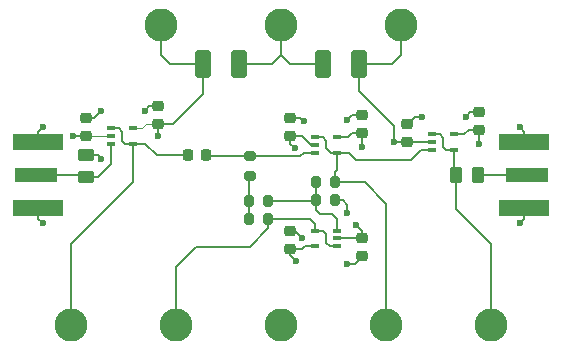
<source format=gtl>
%TF.GenerationSoftware,KiCad,Pcbnew,(6.0.2-0)*%
%TF.CreationDate,2022-04-12T18:59:19-07:00*%
%TF.ProjectId,bootstrap_exp,626f6f74-7374-4726-9170-5f6578702e6b,rev?*%
%TF.SameCoordinates,Original*%
%TF.FileFunction,Copper,L1,Top*%
%TF.FilePolarity,Positive*%
%FSLAX46Y46*%
G04 Gerber Fmt 4.6, Leading zero omitted, Abs format (unit mm)*
G04 Created by KiCad (PCBNEW (6.0.2-0)) date 2022-04-12 18:59:19*
%MOMM*%
%LPD*%
G01*
G04 APERTURE LIST*
G04 Aperture macros list*
%AMRoundRect*
0 Rectangle with rounded corners*
0 $1 Rounding radius*
0 $2 $3 $4 $5 $6 $7 $8 $9 X,Y pos of 4 corners*
0 Add a 4 corners polygon primitive as box body*
4,1,4,$2,$3,$4,$5,$6,$7,$8,$9,$2,$3,0*
0 Add four circle primitives for the rounded corners*
1,1,$1+$1,$2,$3*
1,1,$1+$1,$4,$5*
1,1,$1+$1,$6,$7*
1,1,$1+$1,$8,$9*
0 Add four rect primitives between the rounded corners*
20,1,$1+$1,$2,$3,$4,$5,0*
20,1,$1+$1,$4,$5,$6,$7,0*
20,1,$1+$1,$6,$7,$8,$9,0*
20,1,$1+$1,$8,$9,$2,$3,0*%
G04 Aperture macros list end*
%TA.AperFunction,SMDPad,CuDef*%
%ADD10RoundRect,0.200000X-0.200000X-0.275000X0.200000X-0.275000X0.200000X0.275000X-0.200000X0.275000X0*%
%TD*%
%TA.AperFunction,SMDPad,CuDef*%
%ADD11RoundRect,0.225000X0.250000X-0.225000X0.250000X0.225000X-0.250000X0.225000X-0.250000X-0.225000X0*%
%TD*%
%TA.AperFunction,SMDPad,CuDef*%
%ADD12RoundRect,0.250000X-0.412500X-0.925000X0.412500X-0.925000X0.412500X0.925000X-0.412500X0.925000X0*%
%TD*%
%TA.AperFunction,SMDPad,CuDef*%
%ADD13R,0.650000X0.400000*%
%TD*%
%TA.AperFunction,ComponentPad*%
%ADD14C,2.800000*%
%TD*%
%TA.AperFunction,SMDPad,CuDef*%
%ADD15RoundRect,0.200000X0.200000X0.275000X-0.200000X0.275000X-0.200000X-0.275000X0.200000X-0.275000X0*%
%TD*%
%TA.AperFunction,SMDPad,CuDef*%
%ADD16RoundRect,0.250000X0.412500X0.925000X-0.412500X0.925000X-0.412500X-0.925000X0.412500X-0.925000X0*%
%TD*%
%TA.AperFunction,SMDPad,CuDef*%
%ADD17RoundRect,0.225000X-0.250000X0.225000X-0.250000X-0.225000X0.250000X-0.225000X0.250000X0.225000X0*%
%TD*%
%TA.AperFunction,SMDPad,CuDef*%
%ADD18RoundRect,0.200000X-0.275000X0.200000X-0.275000X-0.200000X0.275000X-0.200000X0.275000X0.200000X0*%
%TD*%
%TA.AperFunction,SMDPad,CuDef*%
%ADD19RoundRect,0.250000X0.450000X-0.262500X0.450000X0.262500X-0.450000X0.262500X-0.450000X-0.262500X0*%
%TD*%
%TA.AperFunction,SMDPad,CuDef*%
%ADD20R,4.200000X1.350000*%
%TD*%
%TA.AperFunction,SMDPad,CuDef*%
%ADD21R,3.600000X1.270000*%
%TD*%
%TA.AperFunction,SMDPad,CuDef*%
%ADD22RoundRect,0.225000X0.225000X0.250000X-0.225000X0.250000X-0.225000X-0.250000X0.225000X-0.250000X0*%
%TD*%
%TA.AperFunction,SMDPad,CuDef*%
%ADD23RoundRect,0.250000X-0.262500X-0.450000X0.262500X-0.450000X0.262500X0.450000X-0.262500X0.450000X0*%
%TD*%
%TA.AperFunction,ViaPad*%
%ADD24C,0.600000*%
%TD*%
%TA.AperFunction,Conductor*%
%ADD25C,0.150000*%
%TD*%
%TA.AperFunction,Conductor*%
%ADD26C,0.100000*%
%TD*%
G04 APERTURE END LIST*
D10*
%TO.P,R3,1*%
%TO.N,/BOOT_DIV*%
X137554200Y-98666000D03*
%TO.P,R3,2*%
%TO.N,GND*%
X139204200Y-98666000D03*
%TD*%
D11*
%TO.P,C3,1*%
%TO.N,/V+*%
X141478000Y-92964000D03*
%TO.P,C3,2*%
%TO.N,GND*%
X141478000Y-91414000D03*
%TD*%
%TO.P,C10,1*%
%TO.N,/V+*%
X124206000Y-92215000D03*
%TO.P,C10,2*%
%TO.N,GND*%
X124206000Y-90665000D03*
%TD*%
D12*
%TO.P,C2,1*%
%TO.N,/V+*%
X128002500Y-87122000D03*
%TO.P,C2,2*%
%TO.N,GND*%
X131077500Y-87122000D03*
%TD*%
D11*
%TO.P,C11,1*%
%TO.N,/V-*%
X118110000Y-93231000D03*
%TO.P,C11,2*%
%TO.N,GND*%
X118110000Y-91681000D03*
%TD*%
D10*
%TO.P,R6,1*%
%TO.N,/BOOT*%
X131890000Y-100203000D03*
%TO.P,R6,2*%
%TO.N,/BOOT_BUF*%
X133540000Y-100203000D03*
%TD*%
D11*
%TO.P,C9,1*%
%TO.N,/V-*%
X145288000Y-93739000D03*
%TO.P,C9,2*%
%TO.N,GND*%
X145288000Y-92189000D03*
%TD*%
%TO.P,C7,1*%
%TO.N,/V-*%
X135382000Y-93218000D03*
%TO.P,C7,2*%
%TO.N,GND*%
X135382000Y-91668000D03*
%TD*%
D13*
%TO.P,U4,1*%
%TO.N,/BUF_OUT*%
X120208000Y-92568000D03*
%TO.P,U4,2,V-*%
%TO.N,/V-*%
X120208000Y-93218000D03*
%TO.P,U4,3,+*%
%TO.N,Net-(J1-Pad1)*%
X120208000Y-93868000D03*
%TO.P,U4,4,-*%
%TO.N,/BUF_OUT*%
X122108000Y-93868000D03*
%TO.P,U4,5,V+*%
%TO.N,/V+*%
X122108000Y-92568000D03*
%TD*%
%TO.P,U2,1*%
%TO.N,/BOOT_BUF*%
X139380000Y-102517000D03*
%TO.P,U2,2,V-*%
%TO.N,/V-*%
X139380000Y-101867000D03*
%TO.P,U2,3,+*%
%TO.N,/BOOT_DIV*%
X139380000Y-101217000D03*
%TO.P,U2,4,-*%
%TO.N,/BOOT_BUF*%
X137480000Y-101217000D03*
%TO.P,U2,5,V+*%
%TO.N,/V+*%
X137480000Y-102517000D03*
%TD*%
D14*
%TO.P,TP7,1,1*%
%TO.N,/AMP_OUT*%
X152400000Y-109220000D03*
%TD*%
D15*
%TO.P,R2,1*%
%TO.N,/FRONT_OUT*%
X139204200Y-97142000D03*
%TO.P,R2,2*%
%TO.N,/BOOT_DIV*%
X137554200Y-97142000D03*
%TD*%
D14*
%TO.P,TP1,1,1*%
%TO.N,/V+*%
X124460000Y-83820000D03*
%TD*%
%TO.P,TP6,1,1*%
%TO.N,/BOOT_BUF*%
X125730000Y-109220000D03*
%TD*%
D16*
%TO.P,C6,1*%
%TO.N,/V-*%
X141237500Y-87122000D03*
%TO.P,C6,2*%
%TO.N,GND*%
X138162500Y-87122000D03*
%TD*%
D10*
%TO.P,R5,1*%
%TO.N,/BOOT*%
X131890000Y-98679000D03*
%TO.P,R5,2*%
%TO.N,/BOOT_DIV*%
X133540000Y-98679000D03*
%TD*%
D17*
%TO.P,C8,1*%
%TO.N,/V-*%
X141478000Y-101854000D03*
%TO.P,C8,2*%
%TO.N,GND*%
X141478000Y-103404000D03*
%TD*%
D18*
%TO.P,R4,1*%
%TO.N,/FRONT_IN*%
X131953000Y-94920000D03*
%TO.P,R4,2*%
%TO.N,/BOOT*%
X131953000Y-96570000D03*
%TD*%
D19*
%TO.P,R1,1*%
%TO.N,Net-(J1-Pad1)*%
X118110000Y-96670500D03*
%TO.P,R1,2*%
%TO.N,GND*%
X118110000Y-94845500D03*
%TD*%
D11*
%TO.P,C4,1*%
%TO.N,/V+*%
X135382000Y-102782000D03*
%TO.P,C4,2*%
%TO.N,GND*%
X135382000Y-101232000D03*
%TD*%
%TO.P,C5,1*%
%TO.N,/V+*%
X151384000Y-92723000D03*
%TO.P,C5,2*%
%TO.N,GND*%
X151384000Y-91173000D03*
%TD*%
D14*
%TO.P,TP3,1,1*%
%TO.N,GND*%
X134620000Y-83820000D03*
%TD*%
D20*
%TO.P,J2,2,Ext*%
%TO.N,GND*%
X155194000Y-93695000D03*
X155194000Y-99345000D03*
D21*
%TO.P,J2,1,In*%
%TO.N,Net-(J2-Pad1)*%
X155394000Y-96520000D03*
%TD*%
%TO.P,J1,1,In*%
%TO.N,Net-(J1-Pad1)*%
X113846000Y-96520000D03*
D20*
%TO.P,J1,2,Ext*%
%TO.N,GND*%
X114046000Y-99345000D03*
X114046000Y-93695000D03*
%TD*%
D14*
%TO.P,TP2,1,1*%
%TO.N,/V-*%
X144780000Y-83820000D03*
%TD*%
%TO.P,TP4,1,1*%
%TO.N,/BUF_OUT*%
X116840000Y-109220000D03*
%TD*%
%TO.P,TP8,1,1*%
%TO.N,GND*%
X134620000Y-109220000D03*
%TD*%
%TO.P,TP5,1,1*%
%TO.N,/FRONT_OUT*%
X143510000Y-109220000D03*
%TD*%
D22*
%TO.P,C1,1*%
%TO.N,/FRONT_IN*%
X128283000Y-94856000D03*
%TO.P,C1,2*%
%TO.N,/BUF_OUT*%
X126733000Y-94856000D03*
%TD*%
D13*
%TO.P,U1,1*%
%TO.N,/FRONT_OUT*%
X137480000Y-93317000D03*
%TO.P,U1,2,V-*%
%TO.N,/V-*%
X137480000Y-93967000D03*
%TO.P,U1,3,+*%
%TO.N,/FRONT_IN*%
X137480000Y-94617000D03*
%TO.P,U1,4,-*%
%TO.N,/FRONT_OUT*%
X139380000Y-94617000D03*
%TO.P,U1,5,V+*%
%TO.N,/V+*%
X139380000Y-93317000D03*
%TD*%
D23*
%TO.P,R7,1*%
%TO.N,/AMP_OUT*%
X149455500Y-96520000D03*
%TO.P,R7,2*%
%TO.N,Net-(J2-Pad1)*%
X151280500Y-96520000D03*
%TD*%
D13*
%TO.P,U3,1*%
%TO.N,/AMP_OUT*%
X147386000Y-93076000D03*
%TO.P,U3,2,V-*%
%TO.N,/V-*%
X147386000Y-93726000D03*
%TO.P,U3,3,+*%
%TO.N,/FRONT_OUT*%
X147386000Y-94376000D03*
%TO.P,U3,4,-*%
%TO.N,/AMP_OUT*%
X149286000Y-94376000D03*
%TO.P,U3,5,V+*%
%TO.N,/V+*%
X149286000Y-93076000D03*
%TD*%
D24*
%TO.N,/V+*%
X151384000Y-93853000D03*
X124206000Y-93218000D03*
X141478000Y-94107000D03*
X135890000Y-103759000D03*
%TO.N,GND*%
X154813000Y-100584000D03*
X136398000Y-101854000D03*
X119380000Y-95123000D03*
X140208000Y-99695000D03*
X123063000Y-91059000D03*
X154813000Y-92456000D03*
X140208000Y-104013000D03*
X146558000Y-91567000D03*
X140208000Y-91821000D03*
X114427000Y-92456000D03*
X150241000Y-91567000D03*
X119380000Y-91059000D03*
X136525000Y-91948000D03*
X114427000Y-100584000D03*
%TO.N,/V-*%
X144145000Y-93726000D03*
X140970000Y-100711000D03*
X116967000Y-93218000D03*
X135763000Y-94234000D03*
%TD*%
D25*
%TO.N,Net-(J1-Pad1)*%
X113846000Y-96520000D02*
X117959500Y-96520000D01*
X117959500Y-96520000D02*
X118110000Y-96670500D01*
%TO.N,GND*%
X114046000Y-99345000D02*
X114046000Y-100203000D01*
X114046000Y-100203000D02*
X114427000Y-100584000D01*
X114046000Y-93695000D02*
X114046000Y-92837000D01*
X114046000Y-92837000D02*
X114427000Y-92456000D01*
%TO.N,Net-(J2-Pad1)*%
X151280500Y-96520000D02*
X155394000Y-96520000D01*
%TO.N,GND*%
X154813000Y-100584000D02*
X155194000Y-100203000D01*
X155194000Y-100203000D02*
X155194000Y-99345000D01*
X154813000Y-92456000D02*
X155194000Y-92837000D01*
X155194000Y-92837000D02*
X155194000Y-93695000D01*
%TO.N,/BUF_OUT*%
X116840000Y-102362000D02*
X116840000Y-109220000D01*
X121427000Y-93868000D02*
X122108000Y-93868000D01*
X124066000Y-94856000D02*
X123078000Y-93868000D01*
X123078000Y-93868000D02*
X122108000Y-93868000D01*
X120889000Y-92568000D02*
X121158000Y-92837000D01*
X126733000Y-94856000D02*
X124066000Y-94856000D01*
X121158000Y-93599000D02*
X121427000Y-93868000D01*
X122108000Y-97094000D02*
X116840000Y-102362000D01*
X122108000Y-93868000D02*
X122108000Y-97094000D01*
X120208000Y-92568000D02*
X120889000Y-92568000D01*
X121158000Y-92837000D02*
X121158000Y-93599000D01*
%TO.N,/V+*%
X124460000Y-83820000D02*
X124460000Y-86360000D01*
X149286000Y-93076000D02*
X150129000Y-93076000D01*
D26*
X123177000Y-92215000D02*
X122824000Y-92568000D01*
D25*
X124460000Y-86360000D02*
X125222000Y-87122000D01*
X140236000Y-93317000D02*
X140589000Y-92964000D01*
X125463000Y-92215000D02*
X124206000Y-92215000D01*
X151384000Y-92723000D02*
X151384000Y-93853000D01*
X135382000Y-103251000D02*
X135382000Y-102782000D01*
X125222000Y-87122000D02*
X128002500Y-87122000D01*
X136398000Y-102782000D02*
X136663000Y-102517000D01*
X124206000Y-92215000D02*
X124206000Y-93218000D01*
D26*
X122824000Y-92568000D02*
X122108000Y-92568000D01*
D25*
X128002500Y-87122000D02*
X128002500Y-89675500D01*
X140589000Y-92964000D02*
X141478000Y-92964000D01*
X136663000Y-102517000D02*
X137480000Y-102517000D01*
X141478000Y-92964000D02*
X141478000Y-94107000D01*
X150129000Y-93076000D02*
X150482000Y-92723000D01*
X139380000Y-93317000D02*
X140236000Y-93317000D01*
D26*
X124206000Y-92215000D02*
X123177000Y-92215000D01*
D25*
X136398000Y-102782000D02*
X135382000Y-102782000D01*
X128002500Y-89675500D02*
X125463000Y-92215000D01*
X150482000Y-92723000D02*
X151384000Y-92723000D01*
X135382000Y-103251000D02*
X135890000Y-103759000D01*
%TO.N,GND*%
X141478000Y-103404000D02*
X140869000Y-104013000D01*
X150635000Y-91173000D02*
X150241000Y-91567000D01*
X118110000Y-94845500D02*
X119102500Y-94845500D01*
X140208000Y-99695000D02*
X140208000Y-99060000D01*
X141478000Y-91414000D02*
X140615000Y-91414000D01*
X135382000Y-87122000D02*
X138162500Y-87122000D01*
X131077500Y-87122000D02*
X133858000Y-87122000D01*
X151384000Y-91173000D02*
X150635000Y-91173000D01*
X135382000Y-91668000D02*
X136245000Y-91668000D01*
X135382000Y-101232000D02*
X135776000Y-101232000D01*
X118110000Y-91681000D02*
X118758000Y-91681000D01*
X119102500Y-94845500D02*
X119380000Y-95123000D01*
X134620000Y-86360000D02*
X134620000Y-83820000D01*
X140615000Y-91414000D02*
X140208000Y-91821000D01*
X118758000Y-91681000D02*
X119380000Y-91059000D01*
X123063000Y-91059000D02*
X123457000Y-90665000D01*
X134620000Y-86360000D02*
X135382000Y-87122000D01*
X145288000Y-92189000D02*
X145910000Y-91567000D01*
X133858000Y-87122000D02*
X134620000Y-86360000D01*
X140208000Y-99060000D02*
X139814000Y-98666000D01*
X136245000Y-91668000D02*
X136525000Y-91948000D01*
X145910000Y-91567000D02*
X146558000Y-91567000D01*
X140869000Y-104013000D02*
X140208000Y-104013000D01*
X135776000Y-101232000D02*
X136398000Y-101854000D01*
X123457000Y-90665000D02*
X124206000Y-90665000D01*
X139814000Y-98666000D02*
X139204200Y-98666000D01*
%TO.N,/V-*%
X144780000Y-86360000D02*
X144018000Y-87122000D01*
X136398000Y-93218000D02*
X135382000Y-93218000D01*
X141478000Y-101854000D02*
X141478000Y-101219000D01*
X141237500Y-87122000D02*
X141237500Y-89421500D01*
X141465000Y-101867000D02*
X141478000Y-101854000D01*
X145288000Y-93739000D02*
X144158000Y-93739000D01*
X137480000Y-93967000D02*
X137147000Y-93967000D01*
X116980000Y-93231000D02*
X116967000Y-93218000D01*
X137147000Y-93967000D02*
X136398000Y-93218000D01*
X118123000Y-93218000D02*
X118110000Y-93231000D01*
X144780000Y-83820000D02*
X144780000Y-86360000D01*
X135382000Y-93853000D02*
X135382000Y-93218000D01*
X118110000Y-93231000D02*
X116980000Y-93231000D01*
X145301000Y-93726000D02*
X145288000Y-93739000D01*
X141237500Y-89421500D02*
X144145000Y-92329000D01*
X144145000Y-92329000D02*
X144145000Y-93726000D01*
X144158000Y-93739000D02*
X144145000Y-93726000D01*
D26*
X118123000Y-93218000D02*
X120208000Y-93218000D01*
D25*
X144018000Y-87122000D02*
X141237500Y-87122000D01*
X135763000Y-94234000D02*
X135382000Y-93853000D01*
X141478000Y-101219000D02*
X140970000Y-100711000D01*
X139380000Y-101867000D02*
X141465000Y-101867000D01*
X145301000Y-93726000D02*
X147386000Y-93726000D01*
%TO.N,/FRONT_IN*%
X136523000Y-94617000D02*
X137480000Y-94617000D01*
X136220000Y-94920000D02*
X136523000Y-94617000D01*
X128283000Y-94856000D02*
X128347000Y-94920000D01*
X128347000Y-94920000D02*
X131953000Y-94920000D01*
X131953000Y-94920000D02*
X136220000Y-94920000D01*
%TO.N,/FRONT_OUT*%
X140337000Y-94617000D02*
X140970000Y-95250000D01*
X145605500Y-95250000D02*
X146479500Y-94376000D01*
X138813000Y-94617000D02*
X139380000Y-94617000D01*
X141719000Y-97142000D02*
X143510000Y-98933000D01*
X139204200Y-97142000D02*
X141719000Y-97142000D01*
X139204200Y-96253800D02*
X139380000Y-96078000D01*
X143510000Y-98933000D02*
X143510000Y-109220000D01*
X146479500Y-94376000D02*
X147386000Y-94376000D01*
X139380000Y-96078000D02*
X139380000Y-94617000D01*
X140970000Y-95250000D02*
X145605500Y-95250000D01*
X138430000Y-94234000D02*
X138813000Y-94617000D01*
X138430000Y-93599000D02*
X138430000Y-94234000D01*
X137480000Y-93317000D02*
X138148000Y-93317000D01*
X139380000Y-94617000D02*
X140337000Y-94617000D01*
X139204200Y-97142000D02*
X139204200Y-96253800D01*
X138148000Y-93317000D02*
X138430000Y-93599000D01*
%TO.N,/BOOT_DIV*%
X138943500Y-99822000D02*
X139380000Y-100258500D01*
X137554200Y-99454200D02*
X137922000Y-99822000D01*
X137922000Y-99822000D02*
X138943500Y-99822000D01*
X137541200Y-98679000D02*
X137554200Y-98666000D01*
X137554200Y-98666000D02*
X137554200Y-99454200D01*
X139380000Y-100258500D02*
X139380000Y-101217000D01*
X133540000Y-98679000D02*
X137541200Y-98679000D01*
X137554200Y-97142000D02*
X137554200Y-98666000D01*
%TO.N,/BOOT*%
X131890000Y-96633000D02*
X131953000Y-96570000D01*
X131890000Y-98679000D02*
X131890000Y-96633000D01*
X131890000Y-100203000D02*
X131890000Y-98679000D01*
%TO.N,/BOOT_BUF*%
X133540000Y-100203000D02*
X133540000Y-101029000D01*
X125730000Y-104267000D02*
X125730000Y-109220000D01*
X137480000Y-101217000D02*
X138174000Y-101217000D01*
X133540000Y-100203000D02*
X137033000Y-100203000D01*
X138174000Y-101217000D02*
X138430000Y-101473000D01*
X138712000Y-102517000D02*
X139380000Y-102517000D01*
X131953000Y-102616000D02*
X127381000Y-102616000D01*
X127381000Y-102616000D02*
X125730000Y-104267000D01*
X138430000Y-101473000D02*
X138430000Y-102235000D01*
X137480000Y-100650000D02*
X137480000Y-101217000D01*
X137033000Y-100203000D02*
X137480000Y-100650000D01*
X133540000Y-101029000D02*
X131953000Y-102616000D01*
X138430000Y-102235000D02*
X138712000Y-102517000D01*
%TO.N,/AMP_OUT*%
X149455500Y-96520000D02*
X149286000Y-96350500D01*
X152400000Y-109220000D02*
X152400000Y-102362000D01*
X149455500Y-99417500D02*
X149455500Y-96520000D01*
X148336000Y-94107000D02*
X148605000Y-94376000D01*
X152400000Y-102362000D02*
X149455500Y-99417500D01*
X149286000Y-96350500D02*
X149286000Y-94376000D01*
X148605000Y-94376000D02*
X149286000Y-94376000D01*
X148067000Y-93076000D02*
X148336000Y-93345000D01*
X148336000Y-93345000D02*
X148336000Y-94107000D01*
X147386000Y-93076000D02*
X148067000Y-93076000D01*
%TO.N,Net-(J1-Pad1)*%
X120208000Y-93868000D02*
X120208000Y-95565000D01*
X120208000Y-95565000D02*
X119102500Y-96670500D01*
X119102500Y-96670500D02*
X118110000Y-96670500D01*
%TD*%
M02*

</source>
